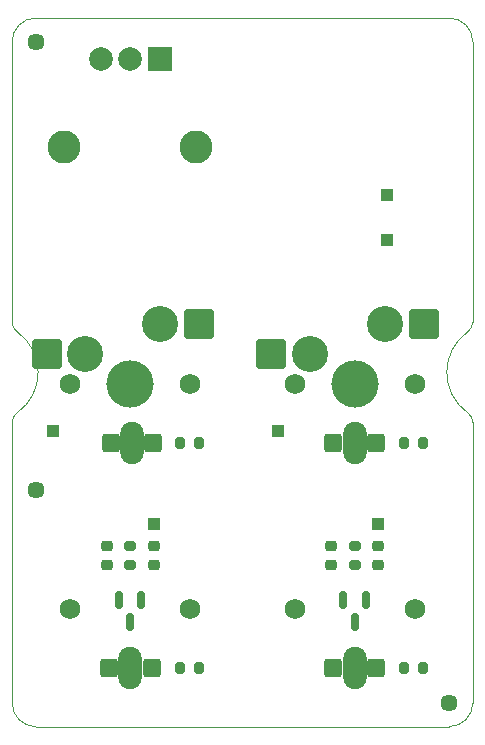
<source format=gbs>
%TF.GenerationSoftware,KiCad,Pcbnew,7.0.1*%
%TF.CreationDate,2023-03-19T16:45:44-04:00*%
%TF.ProjectId,Fluxpad,466c7578-7061-4642-9e6b-696361645f70,rev?*%
%TF.SameCoordinates,Original*%
%TF.FileFunction,Soldermask,Bot*%
%TF.FilePolarity,Negative*%
%FSLAX46Y46*%
G04 Gerber Fmt 4.6, Leading zero omitted, Abs format (unit mm)*
G04 Created by KiCad (PCBNEW 7.0.1) date 2023-03-19 16:45:44*
%MOMM*%
%LPD*%
G01*
G04 APERTURE LIST*
G04 Aperture macros list*
%AMRoundRect*
0 Rectangle with rounded corners*
0 $1 Rounding radius*
0 $2 $3 $4 $5 $6 $7 $8 $9 X,Y pos of 4 corners*
0 Add a 4 corners polygon primitive as box body*
4,1,4,$2,$3,$4,$5,$6,$7,$8,$9,$2,$3,0*
0 Add four circle primitives for the rounded corners*
1,1,$1+$1,$2,$3*
1,1,$1+$1,$4,$5*
1,1,$1+$1,$6,$7*
1,1,$1+$1,$8,$9*
0 Add four rect primitives between the rounded corners*
20,1,$1+$1,$2,$3,$4,$5,0*
20,1,$1+$1,$4,$5,$6,$7,0*
20,1,$1+$1,$6,$7,$8,$9,0*
20,1,$1+$1,$8,$9,$2,$3,0*%
G04 Aperture macros list end*
%ADD10C,1.448000*%
%ADD11C,1.750000*%
%ADD12RoundRect,0.150000X-0.150000X0.587500X-0.150000X-0.587500X0.150000X-0.587500X0.150000X0.587500X0*%
%ADD13RoundRect,0.250000X-1.025000X-1.000000X1.025000X-1.000000X1.025000X1.000000X-1.025000X1.000000X0*%
%ADD14C,3.050000*%
%ADD15C,4.000000*%
%ADD16C,2.800000*%
%ADD17C,2.000000*%
%ADD18R,2.000000X2.000000*%
%ADD19R,1.000000X1.000000*%
%ADD20RoundRect,0.200000X-0.200000X-0.275000X0.200000X-0.275000X0.200000X0.275000X-0.200000X0.275000X0*%
%ADD21RoundRect,0.225000X0.250000X-0.225000X0.250000X0.225000X-0.250000X0.225000X-0.250000X-0.225000X0*%
%ADD22RoundRect,0.200000X0.275000X-0.200000X0.275000X0.200000X-0.275000X0.200000X-0.275000X-0.200000X0*%
%ADD23RoundRect,0.300000X-0.450000X-0.500000X0.450000X-0.500000X0.450000X0.500000X-0.450000X0.500000X0*%
%ADD24O,2.000000X3.600000*%
%ADD25RoundRect,0.225000X-0.250000X0.225000X-0.250000X-0.225000X0.250000X-0.225000X0.250000X0.225000X0*%
%TA.AperFunction,Profile*%
%ADD26C,0.100000*%
%TD*%
G04 APERTURE END LIST*
D10*
%TO.C,H3*%
X102500000Y-105000000D03*
%TD*%
%TO.C,H2*%
X137500000Y-123000000D03*
%TD*%
%TO.C,H1*%
X102500000Y-67000000D03*
%TD*%
D11*
%TO.C,U2*%
X115580000Y-115000000D03*
X105420000Y-115000000D03*
D12*
X109550000Y-114262500D03*
X111450000Y-114262500D03*
X110500000Y-116137500D03*
%TD*%
D11*
%TO.C,U3*%
X134580000Y-115000000D03*
X124420000Y-115000000D03*
D12*
X128550000Y-114262500D03*
X130450000Y-114262500D03*
X129500000Y-116137500D03*
%TD*%
D13*
%TO.C,SW2*%
X135342000Y-90920000D03*
X122415000Y-93460000D03*
D11*
X134580000Y-96000000D03*
D14*
X132040000Y-90920000D03*
D15*
X129500000Y-96000000D03*
D14*
X125690000Y-93460000D03*
D11*
X124420000Y-96000000D03*
%TD*%
%TO.C,SW1*%
X105420000Y-96000000D03*
D14*
X106690000Y-93460000D03*
D15*
X110500000Y-96000000D03*
D14*
X113040000Y-90920000D03*
D11*
X115580000Y-96000000D03*
D13*
X103415000Y-93460000D03*
X116342000Y-90920000D03*
%TD*%
D16*
%TO.C,SW3*%
X116100000Y-75950000D03*
X104900000Y-75950000D03*
D17*
X110500000Y-68450000D03*
X108000000Y-68450000D03*
D18*
X113000000Y-68450000D03*
%TD*%
D19*
%TO.C,TP_SW4*%
X131500000Y-107800000D03*
%TD*%
%TO.C,TP_SW1*%
X104000000Y-100000000D03*
%TD*%
D20*
%TO.C,R1*%
X114675000Y-101000000D03*
X116325000Y-101000000D03*
%TD*%
D21*
%TO.C,C2*%
X127500000Y-111275000D03*
X127500000Y-109725000D03*
%TD*%
D20*
%TO.C,R2*%
X133675000Y-101000000D03*
X135325000Y-101000000D03*
%TD*%
D22*
%TO.C,R5*%
X110500000Y-111325000D03*
X110500000Y-109675000D03*
%TD*%
D23*
%TO.C,D2*%
X131300000Y-101000000D03*
X127700000Y-101000000D03*
D24*
X129500000Y-101000000D03*
%TD*%
D23*
%TO.C,D3*%
X112300000Y-120000000D03*
X108700000Y-120000000D03*
D24*
X110500000Y-120000000D03*
%TD*%
D19*
%TO.C,TP_SW3*%
X112500000Y-107800000D03*
%TD*%
D22*
%TO.C,R6*%
X129500000Y-111325000D03*
X129500000Y-109675000D03*
%TD*%
D25*
%TO.C,C4*%
X131500000Y-109725000D03*
X131500000Y-111275000D03*
%TD*%
D23*
%TO.C,D4*%
X131300000Y-120000000D03*
X127700000Y-120000000D03*
D24*
X129500000Y-120000000D03*
%TD*%
D19*
%TO.C,TP_SW2*%
X123000000Y-100000000D03*
%TD*%
D25*
%TO.C,C3*%
X112500000Y-109725000D03*
X112500000Y-111275000D03*
%TD*%
D23*
%TO.C,D1*%
X112450000Y-101000000D03*
X108850000Y-101000000D03*
D24*
X110650000Y-101000000D03*
%TD*%
D20*
%TO.C,R3*%
X114675000Y-120000000D03*
X116325000Y-120000000D03*
%TD*%
D21*
%TO.C,C1*%
X108500000Y-111275000D03*
X108500000Y-109725000D03*
%TD*%
D19*
%TO.C,GND1*%
X132200000Y-83800000D03*
%TD*%
%TO.C,3V3*%
X132200000Y-80000000D03*
%TD*%
D20*
%TO.C,R4*%
X133675000Y-120000000D03*
X135325000Y-120000000D03*
%TD*%
D26*
X102500000Y-65000000D02*
G75*
G03*
X100500000Y-67000000I0J-2000000D01*
G01*
X139499998Y-99247352D02*
G75*
G03*
X139076923Y-98430554I-1000016J-8D01*
G01*
X100923077Y-98430554D02*
G75*
G03*
X100923077Y-91569446I-2423077J3430554D01*
G01*
X100923078Y-98430555D02*
G75*
G03*
X100500000Y-99247352I576940J-816808D01*
G01*
X139076923Y-91569446D02*
G75*
G03*
X139076923Y-98430554I2423077J-3430554D01*
G01*
X100500000Y-67000000D02*
X100500000Y-90752648D01*
X102500000Y-125000000D02*
X137500000Y-125000000D01*
X139500000Y-67000000D02*
G75*
G03*
X137500000Y-65000000I-2000000J0D01*
G01*
X100500002Y-90752648D02*
G75*
G03*
X100923078Y-91569445I1000017J9D01*
G01*
X139500000Y-90752648D02*
X139500000Y-67000000D01*
X137500000Y-65000000D02*
X102500000Y-65000000D01*
X137500000Y-125000000D02*
G75*
G03*
X139500000Y-123000000I0J2000000D01*
G01*
X100500000Y-99247352D02*
X100500000Y-123000000D01*
X100500000Y-123000000D02*
G75*
G03*
X102500000Y-125000000I2000000J0D01*
G01*
X139500000Y-123000000D02*
X139500000Y-99247352D01*
X139076922Y-91569445D02*
G75*
G03*
X139500000Y-90752648I-577098J816890D01*
G01*
M02*

</source>
